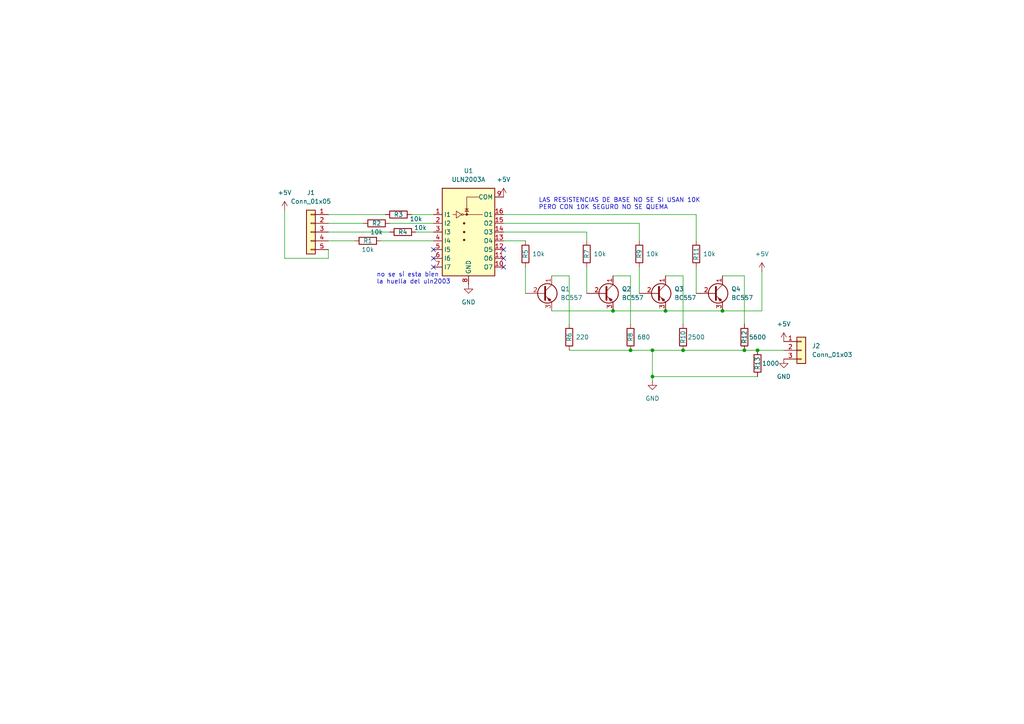
<source format=kicad_sch>
(kicad_sch (version 20211123) (generator eeschema)
  (paper "A4")
  (lib_symbols
    (symbol "Connector_Generic:Conn_01x03" (pin_names (offset 1.016) hide)
      (property "Reference" "J" (at 0 5.08 0))
      (property "Value" "Conn_01x03" (at 0 -5.08 0))
      (symbol "Conn_01x03_1_1"
        (rectangle (start -1.27 -2.413) (end 0 -2.667) (stroke (width 0.1524)))
        (rectangle (start -1.27 0.127) (end 0 -0.127) (stroke (width 0.1524)))
        (rectangle (start -1.27 2.667) (end 0 2.413) (stroke (width 0.1524)))
        (rectangle (start -1.27 3.81) (end 1.27 -3.81) (stroke (width 0.254)) (fill (type background)))
        (pin passive line (at -5.08 2.54 0) (length 3.81) (name "Pin_1") (number "1"))
        (pin passive line (at -5.08 0 0) (length 3.81) (name "Pin_2") (number "2"))
        (pin passive line (at -5.08 -2.54 0) (length 3.81) (name "Pin_3") (number "3"))
      )
    )
    (symbol "Connector_Generic:Conn_01x05" (pin_names (offset 1.016) hide)
      (property "Reference" "J" (at 0 7.62 0))
      (property "Value" "Conn_01x05" (at 0 -7.62 0))
      (symbol "Conn_01x05_1_1"
        (rectangle (start -1.27 -4.953) (end 0 -5.207) (stroke (width 0.1524)))
        (rectangle (start -1.27 -2.413) (end 0 -2.667) (stroke (width 0.1524)))
        (rectangle (start -1.27 0.127) (end 0 -0.127) (stroke (width 0.1524)))
        (rectangle (start -1.27 2.667) (end 0 2.413) (stroke (width 0.1524)))
        (rectangle (start -1.27 5.207) (end 0 4.953) (stroke (width 0.1524)))
        (rectangle (start -1.27 6.35) (end 1.27 -6.35) (stroke (width 0.254)) (fill (type background)))
        (pin passive line (at -5.08 5.08 0) (length 3.81) (name "Pin_1") (number "1"))
        (pin passive line (at -5.08 2.54 0) (length 3.81) (name "Pin_2") (number "2"))
        (pin passive line (at -5.08 0 0) (length 3.81) (name "Pin_3") (number "3"))
        (pin passive line (at -5.08 -2.54 0) (length 3.81) (name "Pin_4") (number "4"))
        (pin passive line (at -5.08 -5.08 0) (length 3.81) (name "Pin_5") (number "5"))
      )
    )
    (symbol "Device:R" (pin_numbers hide) (pin_names (offset 0))
      (property "Reference" "R" (at 2.032 0 90))
      (property "Value" "R" (at 0 0 90))
      (symbol "R_0_1"
        (rectangle (start -1.016 -2.54) (end 1.016 2.54) (stroke (width 0.254)))
      )
      (symbol "R_1_1"
        (pin passive line (at 0 3.81 270) (length 1.27) (name "~") (number "1"))
        (pin passive line (at 0 -3.81 90) (length 1.27) (name "~") (number "2"))
      )
    )
    (symbol "Transistor_Array:ULN2003A"
      (property "Reference" "U" (at 0 15.875 0))
      (property "Value" "ULN2003A" (at 0 13.97 0))
      (symbol "ULN2003A_0_1"
        (rectangle (start -7.62 -12.7) (end 7.62 12.7) (stroke (width 0.254)) (fill (type background)))
        (circle (center -1.778 5.08) (radius 0.254))
        (circle (center -1.27 -2.286) (radius 0.254) (fill (type outline)))
        (circle (center -1.27 0) (radius 0.254) (fill (type outline)))
        (circle (center -1.27 2.54) (radius 0.254) (fill (type outline)))
        (circle (center -0.508 5.08) (radius 0.254) (fill (type outline)))
        (polyline (pts (xy -4.572 5.08) (xy -3.556 5.08)))
        (polyline (pts (xy -1.524 5.08) (xy 4.064 5.08)))
        (polyline (pts (xy 0 6.731) (xy -1.016 6.731)))
        (polyline (pts (xy -0.508 5.08) (xy -0.508 10.16) (xy 2.921 10.16)))
        (polyline (pts (xy -3.556 6.096) (xy -3.556 4.064) (xy -2.032 5.08) (xy -3.556 6.096)))
        (polyline (pts (xy 0 5.969) (xy -1.016 5.969) (xy -0.508 6.731) (xy 0 5.969)))
      )
      (symbol "ULN2003A_1_1"
        (pin input line (at -10.16 5.08 0) (length 2.54) (name "I1") (number "1"))
        (pin open_collector line (at 10.16 -10.16 180) (length 2.54) (name "O7") (number "10"))
        (pin open_collector line (at 10.16 -7.62 180) (length 2.54) (name "O6") (number "11"))
        (pin open_collector line (at 10.16 -5.08 180) (length 2.54) (name "O5") (number "12"))
        (pin open_collector line (at 10.16 -2.54 180) (length 2.54) (name "O4") (number "13"))
        (pin open_collector line (at 10.16 0 180) (length 2.54) (name "O3") (number "14"))
        (pin open_collector line (at 10.16 2.54 180) (length 2.54) (name "O2") (number "15"))
        (pin open_collector line (at 10.16 5.08 180) (length 2.54) (name "O1") (number "16"))
        (pin input line (at -10.16 2.54 0) (length 2.54) (name "I2") (number "2"))
        (pin input line (at -10.16 0 0) (length 2.54) (name "I3") (number "3"))
        (pin input line (at -10.16 -2.54 0) (length 2.54) (name "I4") (number "4"))
        (pin input line (at -10.16 -5.08 0) (length 2.54) (name "I5") (number "5"))
        (pin input line (at -10.16 -7.62 0) (length 2.54) (name "I6") (number "6"))
        (pin input line (at -10.16 -10.16 0) (length 2.54) (name "I7") (number "7"))
        (pin power_in line (at 0 -15.24 90) (length 2.54) (name "GND") (number "8"))
        (pin passive line (at 10.16 10.16 180) (length 2.54) (name "COM") (number "9"))
      )
    )
    (symbol "Transistor_BJT:BC557" (pin_names (offset 0) hide)
      (property "Reference" "Q" (at 5.08 1.905 0))
      (property "Value" "BC557" (at 5.08 0 0))
      (symbol "BC557_0_1"
        (polyline (pts (xy 0.635 0.635) (xy 2.54 2.54)))
        (polyline (pts (xy 0.635 -0.635) (xy 2.54 -2.54) (xy 2.54 -2.54)))
        (polyline (pts (xy 0.635 1.905) (xy 0.635 -1.905) (xy 0.635 -1.905)) (stroke (width 0.508)))
        (polyline (pts (xy 2.286 -1.778) (xy 1.778 -2.286) (xy 1.27 -1.27) (xy 2.286 -1.778) (xy 2.286 -1.778)) (fill (type outline)))
        (circle (center 1.27 0) (radius 2.8194) (stroke (width 0.254)))
      )
      (symbol "BC557_1_1"
        (pin passive line (at 2.54 5.08 270) (length 2.54) (name "C") (number "1"))
        (pin input line (at -5.08 0 0) (length 5.715) (name "B") (number "2"))
        (pin passive line (at 2.54 -5.08 90) (length 2.54) (name "E") (number "3"))
      )
    )
    (symbol "power:+5V" (power) (pin_names (offset 0))
      (property "Value" "+5V" (at 0 3.556 0))
      (symbol "+5V_0_1"
        (polyline (pts (xy -0.762 1.27) (xy 0 2.54)))
        (polyline (pts (xy 0 0) (xy 0 2.54)))
        (polyline (pts (xy 0 2.54) (xy 0.762 1.27)))
      )
      (symbol "+5V_1_1"
        (pin power_in line (at 0 0 90) (length 0) hide (name "+5V") (number "1"))
      )
    )
    (symbol "power:GND" (power) (pin_names (offset 0))
      (property "Value" "GND" (at 0 -3.81 0))
      (symbol "GND_0_1"
        (polyline (pts (xy 0 0) (xy 0 -1.27) (xy 1.27 -1.27) (xy 0 -2.54) (xy -1.27 -1.27) (xy 0 -1.27)))
      )
      (symbol "GND_1_1"
        (pin power_in line (at 0 0 270) (length 0) hide (name "GND") (number "1"))
      )
    )
  )
  (junction (at 193.04 90.17))
  (junction (at 189.23 101.6))
  (junction (at 198.12 101.6))
  (junction (at 215.9 101.6))
  (junction (at 209.55 90.17))
  (junction (at 177.8 90.17))
  (junction (at 182.88 101.6))
  (junction (at 219.71 101.6))
  (junction (at 189.23 109.22))
  (no_connect (at 146.05 77.47))
  (no_connect (at 146.05 72.39))
  (no_connect (at 146.05 74.93))
  (no_connect (at 125.73 77.47))
  (no_connect (at 125.73 74.93))
  (no_connect (at 125.73 72.39))
  (wire (pts (xy 120.65 67.31) (xy 125.73 67.31)))
  (wire (pts (xy 165.1 80.01) (xy 160.02 80.01)))
  (wire (pts (xy 170.18 67.31) (xy 146.05 67.31)))
  (wire (pts (xy 198.12 101.6) (xy 215.9 101.6)))
  (wire (pts (xy 198.12 80.01) (xy 198.12 93.98)))
  (wire (pts (xy 201.93 62.23) (xy 201.93 69.85)))
  (wire (pts (xy 182.88 93.98) (xy 182.88 80.01)))
  (wire (pts (xy 209.55 80.01) (xy 215.9 80.01)))
  (wire (pts (xy 170.18 67.31) (xy 170.18 69.85)))
  (wire (pts (xy 105.41 64.77) (xy 95.25 64.77)))
  (wire (pts (xy 170.18 77.47) (xy 170.18 85.09)))
  (wire (pts (xy 201.93 62.23) (xy 146.05 62.23)))
  (wire (pts (xy 189.23 101.6) (xy 189.23 109.22)))
  (wire (pts (xy 209.55 90.17) (xy 220.98 90.17)))
  (wire (pts (xy 193.04 90.17) (xy 209.55 90.17)))
  (wire (pts (xy 189.23 109.22) (xy 219.71 109.22)))
  (wire (pts (xy 146.05 64.77) (xy 185.42 64.77)))
  (wire (pts (xy 193.04 80.01) (xy 198.12 80.01)))
  (wire (pts (xy 152.4 77.47) (xy 152.4 85.09)))
  (wire (pts (xy 215.9 80.01) (xy 215.9 93.98)))
  (wire (pts (xy 185.42 64.77) (xy 185.42 69.85)))
  (wire (pts (xy 113.03 64.77) (xy 125.73 64.77)))
  (wire (pts (xy 189.23 101.6) (xy 198.12 101.6)))
  (wire (pts (xy 201.93 77.47) (xy 201.93 85.09)))
  (wire (pts (xy 111.76 62.23) (xy 95.25 62.23)))
  (wire (pts (xy 95.25 69.85) (xy 102.87 69.85)))
  (wire (pts (xy 220.98 90.17) (xy 220.98 78.74)))
  (wire (pts (xy 219.71 101.6) (xy 227.33 101.6)))
  (wire (pts (xy 165.1 93.98) (xy 165.1 80.01)))
  (wire (pts (xy 185.42 77.47) (xy 185.42 85.09)))
  (wire (pts (xy 82.55 60.96) (xy 82.55 74.93)))
  (wire (pts (xy 182.88 101.6) (xy 189.23 101.6)))
  (wire (pts (xy 182.88 80.01) (xy 177.8 80.01)))
  (wire (pts (xy 152.4 69.85) (xy 146.05 69.85)))
  (wire (pts (xy 189.23 109.22) (xy 189.23 110.49)))
  (wire (pts (xy 177.8 90.17) (xy 193.04 90.17)))
  (wire (pts (xy 160.02 90.17) (xy 177.8 90.17)))
  (wire (pts (xy 95.25 74.93) (xy 95.25 72.39)))
  (wire (pts (xy 119.38 62.23) (xy 125.73 62.23)))
  (wire (pts (xy 215.9 101.6) (xy 219.71 101.6)))
  (wire (pts (xy 113.03 67.31) (xy 95.25 67.31)))
  (wire (pts (xy 110.49 69.85) (xy 125.73 69.85)))
  (wire (pts (xy 165.1 101.6) (xy 182.88 101.6)))
  (wire (pts (xy 82.55 74.93) (xy 95.25 74.93)))
  (text "no se si esta bien \nla huella del uln2003" (at 109.22 82.55 0) (effects (font (size 1.27 1.27)) (justify left bottom)))
  (text "LAS RESISTENCIAS DE BASE NO SE SI USAN 10K\nPERO CON 10K SEGURO NO SE QUEMA" (at 156.21 60.96 0) (effects (font (size 1.27 1.27)) (justify left bottom)))
  (symbol (lib_id "Device:R") (at 201.93 73.66 180) (unit 1)
    (property "Reference" "R11" (at 201.93 73.66 90))
    (property "Value" "10k" (at 205.74 73.66 0))
    (property "Footprint" "Resistor_THT:R_Axial_DIN0204_L3.6mm_D1.6mm_P7.62mm_Horizontal" (effects hide))
  )
  (symbol (lib_id "Device:R") (at 116.84 67.31 90) (unit 1)
    (property "Reference" "R4" (at 116.84 67.31 90))
    (property "Value" "10k" (at 121.92 66.04 90))
    (property "Footprint" "Resistor_THT:R_Axial_DIN0204_L3.6mm_D1.6mm_P7.62mm_Horizontal" (effects hide))
  )
  (symbol (lib_id "power:+5V") (at 220.98 78.74 0) (unit 1)
    (property "Reference" "#PWR0103" (effects hide))
    (property "Value" "+5V" (at 220.98 73.66 0))
  )
  (symbol (lib_id "Device:R") (at 165.1 97.79 180) (unit 1)
    (property "Reference" "R6" (at 165.1 97.79 90))
    (property "Value" "220" (at 168.91 97.79 0))
    (property "Footprint" "Resistor_THT:R_Axial_DIN0204_L3.6mm_D1.6mm_P7.62mm_Horizontal" (effects hide))
  )
  (symbol (lib_id "Device:R") (at 198.12 97.79 180) (unit 1)
    (property "Reference" "R10" (at 198.12 97.79 90))
    (property "Value" "2500" (at 201.93 97.79 0))
    (property "Footprint" "Resistor_THT:R_Axial_DIN0204_L3.6mm_D1.6mm_P7.62mm_Horizontal" (effects hide))
  )
  (symbol (lib_id "Device:R") (at 215.9 97.79 180) (unit 1)
    (property "Reference" "R12" (at 215.9 97.79 90))
    (property "Value" "5600" (at 219.71 97.79 0))
    (property "Footprint" "Resistor_THT:R_Axial_DIN0204_L3.6mm_D1.6mm_P7.62mm_Horizontal" (effects hide))
  )
  (symbol (lib_id "Device:R") (at 109.22 64.77 90) (unit 1)
    (property "Reference" "R2" (at 109.22 64.77 90))
    (property "Value" "10k" (at 109.22 67.31 90))
    (property "Footprint" "Resistor_THT:R_Axial_DIN0204_L3.6mm_D1.6mm_P7.62mm_Horizontal" (effects hide))
  )
  (symbol (lib_id "Transistor_BJT:BC557") (at 175.26 85.09 0) (unit 1)
    (property "Reference" "Q2" (at 180.34 83.8199 0) (effects (justify left)))
    (property "Value" "BC557" (at 180.34 86.3599 0) (effects (justify left)))
    (property "Footprint" "Package_TO_SOT_THT:TO-92_Inline" (effects hide))
    (property "Datasheet" "https://www.onsemi.com/pub/Collateral/BC556BTA-D.pdf" (effects hide))
  )
  (symbol (lib_id "Device:R") (at 219.71 105.41 180) (unit 1)
    (property "Reference" "R13" (at 219.71 105.41 90))
    (property "Value" "1000" (at 223.52 105.41 0))
    (property "Footprint" "Resistor_THT:R_Axial_DIN0204_L3.6mm_D1.6mm_P7.62mm_Horizontal" (effects hide))
  )
  (symbol (lib_id "Device:R") (at 115.57 62.23 90) (unit 1)
    (property "Reference" "R3" (at 115.57 62.23 90))
    (property "Value" "10k" (at 120.65 63.5 90))
    (property "Footprint" "Resistor_THT:R_Axial_DIN0204_L3.6mm_D1.6mm_P7.62mm_Horizontal" (effects hide))
  )
  (symbol (lib_id "Device:R") (at 185.42 73.66 180) (unit 1)
    (property "Reference" "R9" (at 185.42 73.66 90))
    (property "Value" "10k" (at 189.23 73.66 0))
    (property "Footprint" "Resistor_THT:R_Axial_DIN0204_L3.6mm_D1.6mm_P7.62mm_Horizontal" (effects hide))
  )
  (symbol (lib_id "Device:R") (at 182.88 97.79 180) (unit 1)
    (property "Reference" "R8" (at 182.88 97.79 90))
    (property "Value" "680" (at 186.69 97.79 0))
    (property "Footprint" "Resistor_THT:R_Axial_DIN0204_L3.6mm_D1.6mm_P7.62mm_Horizontal" (effects hide))
  )
  (symbol (lib_id "power:GND") (at 227.33 104.14 0) (unit 1)
    (property "Reference" "#PWR0105" (effects hide))
    (property "Value" "GND" (at 227.33 109.22 0))
  )
  (symbol (lib_id "power:GND") (at 189.23 110.49 0) (unit 1)
    (property "Reference" "#PWR02" (effects hide))
    (property "Value" "GND" (at 189.23 115.57 0))
  )
  (symbol (lib_id "Device:R") (at 152.4 73.66 180) (unit 1)
    (property "Reference" "R5" (at 152.4 73.66 90))
    (property "Value" "10k" (at 156.21 73.66 0))
    (property "Footprint" "Resistor_THT:R_Axial_DIN0204_L3.6mm_D1.6mm_P7.62mm_Horizontal" (effects hide))
  )
  (symbol (lib_id "Connector_Generic:Conn_01x03") (at 232.41 101.6 0) (unit 1)
    (property "Reference" "J2" (at 235.49 100.3299 0) (effects (justify left)))
    (property "Value" "Conn_01x03" (at 235.49 102.8699 0) (effects (justify left)))
    (property "Footprint" "Connector_PinHeader_2.54mm:PinHeader_1x03_P2.54mm_Vertical" (effects hide))
  )
  (symbol (lib_id "Transistor_BJT:BC557") (at 157.48 85.09 0) (unit 1)
    (property "Reference" "Q1" (at 162.56 83.8199 0) (effects (justify left)))
    (property "Value" "BC557" (at 162.56 86.3599 0) (effects (justify left)))
    (property "Footprint" "Package_TO_SOT_THT:TO-92_Inline" (effects hide))
    (property "Datasheet" "https://www.onsemi.com/pub/Collateral/BC556BTA-D.pdf" (effects hide))
  )
  (symbol (lib_id "Transistor_Array:ULN2003A") (at 135.89 67.31 0) (unit 1)
    (property "Reference" "U1" (at 135.89 49.53 0))
    (property "Value" "ULN2003A" (at 135.89 52.07 0))
    (property "Footprint" "Package_DIP:DIP-16_W7.62mm_Socket" (effects hide))
    (property "Datasheet" "http://www.ti.com/lit/ds/symlink/uln2003a.pdf" (effects hide))
  )
  (symbol (lib_id "power:+5V") (at 227.33 99.06 0) (unit 1)
    (property "Reference" "#PWR0104" (effects hide))
    (property "Value" "+5V" (at 227.33 93.98 0))
  )
  (symbol (lib_id "power:+5V") (at 146.05 57.15 0) (unit 1)
    (property "Reference" "#PWR0102" (effects hide))
    (property "Value" "+5V" (at 146.05 52.07 0))
  )
  (symbol (lib_id "Connector_Generic:Conn_01x05") (at 90.17 67.31 0) (mirror y) (unit 1)
    (property "Reference" "J1" (at 90.17 55.88 0))
    (property "Value" "Conn_01x05" (at 90.17 58.42 0))
    (property "Footprint" "Connector_PinHeader_2.54mm:PinHeader_1x05_P2.54mm_Vertical" (effects hide))
  )
  (symbol (lib_id "Transistor_BJT:BC557") (at 190.5 85.09 0) (unit 1)
    (property "Reference" "Q3" (at 195.58 83.8199 0) (effects (justify left)))
    (property "Value" "BC557" (at 195.58 86.3599 0) (effects (justify left)))
    (property "Footprint" "Package_TO_SOT_THT:TO-92_Inline" (effects hide))
    (property "Datasheet" "https://www.onsemi.com/pub/Collateral/BC556BTA-D.pdf" (effects hide))
  )
  (symbol (lib_id "power:GND") (at 135.89 82.55 0) (unit 1)
    (property "Reference" "#PWR0101" (effects hide))
    (property "Value" "GND" (at 135.89 87.63 0))
  )
  (symbol (lib_id "power:+5V") (at 82.55 60.96 0) (unit 1)
    (property "Reference" "#PWR0106" (effects hide))
    (property "Value" "+5V" (at 82.55 55.88 0))
  )
  (symbol (lib_id "Device:R") (at 106.68 69.85 90) (unit 1)
    (property "Reference" "R1" (at 106.68 69.85 90))
    (property "Value" "10k" (at 106.68 72.39 90))
    (property "Footprint" "Resistor_THT:R_Axial_DIN0204_L3.6mm_D1.6mm_P7.62mm_Horizontal" (effects hide))
  )
  (symbol (lib_id "Device:R") (at 170.18 73.66 180) (unit 1)
    (property "Reference" "R7" (at 170.18 73.66 90))
    (property "Value" "10k" (at 173.99 73.66 0))
    (property "Footprint" "Resistor_THT:R_Axial_DIN0204_L3.6mm_D1.6mm_P7.62mm_Horizontal" (effects hide))
  )
  (symbol (lib_id "Transistor_BJT:BC557") (at 207.01 85.09 0) (unit 1)
    (property "Reference" "Q4" (at 212.09 83.8199 0) (effects (justify left)))
    (property "Value" "BC557" (at 212.09 86.3599 0) (effects (justify left)))
    (property "Footprint" "Package_TO_SOT_THT:TO-92_Inline" (effects hide))
    (property "Datasheet" "https://www.onsemi.com/pub/Collateral/BC556BTA-D.pdf" (effects hide))
  )
)
</source>
